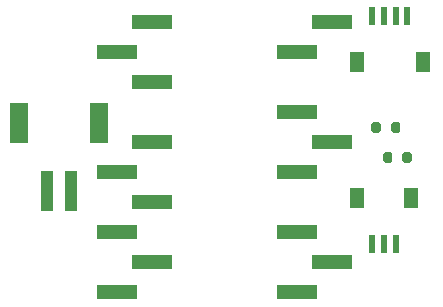
<source format=gbr>
%TF.GenerationSoftware,KiCad,Pcbnew,5.1.9-1.fc32*%
%TF.CreationDate,2021-02-16T11:33:07-08:00*%
%TF.ProjectId,tinypico-io,74696e79-7069-4636-9f2d-696f2e6b6963,1.0.0*%
%TF.SameCoordinates,Original*%
%TF.FileFunction,Soldermask,Top*%
%TF.FilePolarity,Negative*%
%FSLAX46Y46*%
G04 Gerber Fmt 4.6, Leading zero omitted, Abs format (unit mm)*
G04 Created by KiCad (PCBNEW 5.1.9-1.fc32) date 2021-02-16 11:33:07*
%MOMM*%
%LPD*%
G01*
G04 APERTURE LIST*
%ADD10R,3.429991X1.270000*%
%ADD11R,0.600000X1.550000*%
%ADD12R,1.200000X1.800000*%
%ADD13R,1.500000X3.400000*%
%ADD14R,1.000000X3.500000*%
G04 APERTURE END LIST*
D10*
%TO.C,U1*%
X140920010Y-99525000D03*
X143839990Y-81745000D03*
X143839990Y-96985000D03*
X143839990Y-91905000D03*
X143839990Y-86825000D03*
X140920010Y-84285000D03*
X140920010Y-94445000D03*
X143839990Y-102065000D03*
X140920010Y-104605000D03*
X159079990Y-81745000D03*
X156160010Y-84285000D03*
X156160010Y-89365000D03*
X159079990Y-91905000D03*
X156160010Y-94445000D03*
X156160010Y-99525000D03*
X159079990Y-102065000D03*
X156160010Y-104605000D03*
%TD*%
%TO.C,R2*%
G36*
G01*
X165085000Y-93485000D02*
X165085000Y-92935000D01*
G75*
G02*
X165285000Y-92735000I200000J0D01*
G01*
X165685000Y-92735000D01*
G75*
G02*
X165885000Y-92935000I0J-200000D01*
G01*
X165885000Y-93485000D01*
G75*
G02*
X165685000Y-93685000I-200000J0D01*
G01*
X165285000Y-93685000D01*
G75*
G02*
X165085000Y-93485000I0J200000D01*
G01*
G37*
G36*
G01*
X163435000Y-93485000D02*
X163435000Y-92935000D01*
G75*
G02*
X163635000Y-92735000I200000J0D01*
G01*
X164035000Y-92735000D01*
G75*
G02*
X164235000Y-92935000I0J-200000D01*
G01*
X164235000Y-93485000D01*
G75*
G02*
X164035000Y-93685000I-200000J0D01*
G01*
X163635000Y-93685000D01*
G75*
G02*
X163435000Y-93485000I0J200000D01*
G01*
G37*
%TD*%
%TO.C,R1*%
G36*
G01*
X164105000Y-90935000D02*
X164105000Y-90385000D01*
G75*
G02*
X164305000Y-90185000I200000J0D01*
G01*
X164705000Y-90185000D01*
G75*
G02*
X164905000Y-90385000I0J-200000D01*
G01*
X164905000Y-90935000D01*
G75*
G02*
X164705000Y-91135000I-200000J0D01*
G01*
X164305000Y-91135000D01*
G75*
G02*
X164105000Y-90935000I0J200000D01*
G01*
G37*
G36*
G01*
X162455000Y-90935000D02*
X162455000Y-90385000D01*
G75*
G02*
X162655000Y-90185000I200000J0D01*
G01*
X163055000Y-90185000D01*
G75*
G02*
X163255000Y-90385000I0J-200000D01*
G01*
X163255000Y-90935000D01*
G75*
G02*
X163055000Y-91135000I-200000J0D01*
G01*
X162655000Y-91135000D01*
G75*
G02*
X162455000Y-90935000I0J200000D01*
G01*
G37*
%TD*%
D11*
%TO.C,J3*%
X165500000Y-81250000D03*
X164500000Y-81250000D03*
X163500000Y-81250000D03*
X162500000Y-81250000D03*
D12*
X161200000Y-85125000D03*
X166800000Y-85125000D03*
%TD*%
%TO.C,J2*%
X161200000Y-96625000D03*
X165800000Y-96625000D03*
D11*
X162500000Y-100500000D03*
X164500000Y-100500000D03*
X163500000Y-100500000D03*
%TD*%
D13*
%TO.C,J1*%
X139350000Y-90250000D03*
X132650000Y-90250000D03*
D14*
X137000000Y-96000000D03*
X135000000Y-96000000D03*
%TD*%
M02*

</source>
